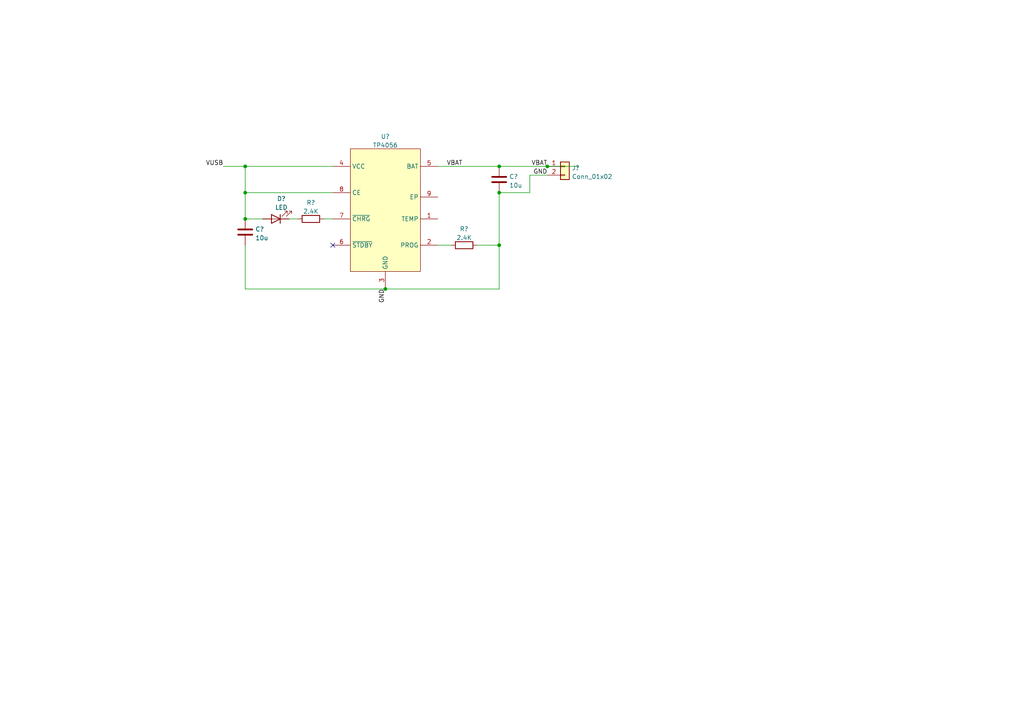
<source format=kicad_sch>
(kicad_sch (version 20211123) (generator eeschema)
  (paper "A4")
  (lib_symbols
    (symbol "Connector_Generic:Conn_01x02" (pin_names (offset 1.016) hide)
      (property "Reference" "J" (at 0 2.54 0))
      (property "Value" "Conn_01x02" (at 0 -5.08 0))
      (symbol "Conn_01x02_1_1"
        (rectangle (start -1.27 -2.413) (end 0 -2.667) (stroke (width 0.1524)))
        (rectangle (start -1.27 0.127) (end 0 -0.127) (stroke (width 0.1524)))
        (rectangle (start -1.27 1.27) (end 1.27 -3.81) (stroke (width 0.254)) (fill (type background)))
        (pin passive line (at -5.08 0 0) (length 3.81) (name "Pin_1") (number "1"))
        (pin passive line (at -5.08 -2.54 0) (length 3.81) (name "Pin_2") (number "2"))
      )
    )
    (symbol "Device:C" (pin_numbers hide) (pin_names (offset 0.254))
      (property "Reference" "C" (at 0.635 2.54 0))
      (property "Value" "C" (at 0.635 -2.54 0))
      (symbol "C_0_1"
        (polyline (pts (xy -2.032 -0.762) (xy 2.032 -0.762)) (stroke (width 0.508)))
        (polyline (pts (xy -2.032 0.762) (xy 2.032 0.762)) (stroke (width 0.508)))
      )
      (symbol "C_1_1"
        (pin passive line (at 0 3.81 270) (length 2.794) (name "~") (number "1"))
        (pin passive line (at 0 -3.81 90) (length 2.794) (name "~") (number "2"))
      )
    )
    (symbol "Device:LED" (pin_numbers hide) (pin_names (offset 1.016) hide)
      (property "Reference" "D" (at 0 2.54 0))
      (property "Value" "LED" (at 0 -2.54 0))
      (symbol "LED_0_1"
        (polyline (pts (xy -1.27 -1.27) (xy -1.27 1.27)) (stroke (width 0.254)))
        (polyline (pts (xy -1.27 0) (xy 1.27 0)))
        (polyline (pts (xy 1.27 -1.27) (xy 1.27 1.27) (xy -1.27 0) (xy 1.27 -1.27)) (stroke (width 0.254)))
        (polyline (pts (xy -3.048 -0.762) (xy -4.572 -2.286) (xy -3.81 -2.286) (xy -4.572 -2.286) (xy -4.572 -1.524)))
        (polyline (pts (xy -1.778 -0.762) (xy -3.302 -2.286) (xy -2.54 -2.286) (xy -3.302 -2.286) (xy -3.302 -1.524)))
      )
      (symbol "LED_1_1"
        (pin passive line (at -3.81 0 0) (length 2.54) (name "K") (number "1"))
        (pin passive line (at 3.81 0 180) (length 2.54) (name "A") (number "2"))
      )
    )
    (symbol "Device:R" (pin_numbers hide) (pin_names (offset 0))
      (property "Reference" "R" (at 2.032 0 90))
      (property "Value" "R" (at 0 0 90))
      (symbol "R_0_1"
        (rectangle (start -1.016 -2.54) (end 1.016 2.54) (stroke (width 0.254)))
      )
      (symbol "R_1_1"
        (pin passive line (at 0 3.81 270) (length 1.27) (name "~") (number "1"))
        (pin passive line (at 0 -3.81 90) (length 1.27) (name "~") (number "2"))
      )
    )
    (symbol "easyeda2kicad:TP4056"
      (property "Reference" "U" (at 0 20.32 0))
      (property "Value" "TP4056" (at 0 -25.4 0))
      (symbol "TP4056_0_1"
        (rectangle (start -10.16 20.32) (end 10.16 -15.24) (fill (type background)))
        (pin unspecified line (at 15.24 0 180) (length 5.08) (name "TEMP") (number "1"))
        (pin unspecified line (at 15.24 -7.62 180) (length 5.08) (name "PROG") (number "2"))
        (pin unspecified line (at 0 -20.32 90) (length 5.08) (name "GND") (number "3"))
        (pin unspecified line (at -15.24 15.24 0) (length 5.08) (name "VCC") (number "4"))
        (pin unspecified line (at 15.24 15.24 180) (length 5.08) (name "BAT") (number "5"))
        (pin unspecified line (at -15.24 -7.62 0) (length 5.08) (name "~{STDBY}") (number "6"))
        (pin unspecified line (at -15.24 0 0) (length 5.08) (name "~{CHRG}") (number "7"))
        (pin unspecified line (at -15.24 7.62 0) (length 5.08) (name "CE") (number "8"))
        (pin unspecified line (at 15.24 6.35 180) (length 5.08) (name "EP") (number "9"))
      )
    )
  )
  (junction (at 71.12 55.88))
  (junction (at 144.78 48.26))
  (junction (at 111.76 83.82))
  (junction (at 71.12 63.5))
  (junction (at 71.12 48.26))
  (junction (at 158.75 48.26))
  (junction (at 144.78 71.12))
  (junction (at 144.78 55.88))
  (no_connect (at 96.52 71.12))
  (wire (pts (xy 144.78 55.88) (xy 144.78 71.12)))
  (wire (pts (xy 71.12 55.88) (xy 96.52 55.88)))
  (wire (pts (xy 64.77 48.26) (xy 71.12 48.26)))
  (wire (pts (xy 127 48.26) (xy 144.78 48.26)))
  (wire (pts (xy 71.12 48.26) (xy 96.52 48.26)))
  (wire (pts (xy 127 71.12) (xy 130.81 71.12)))
  (wire (pts (xy 153.67 55.88) (xy 153.67 50.8)))
  (wire (pts (xy 71.12 83.82) (xy 71.12 71.12)))
  (wire (pts (xy 158.75 48.26) (xy 167.64 48.26)))
  (wire (pts (xy 153.67 50.8) (xy 158.75 50.8)))
  (wire (pts (xy 111.76 83.82) (xy 144.78 83.82)))
  (wire (pts (xy 144.78 55.88) (xy 153.67 55.88)))
  (wire (pts (xy 71.12 48.26) (xy 71.12 55.88)))
  (wire (pts (xy 71.12 55.88) (xy 71.12 63.5)))
  (wire (pts (xy 138.43 71.12) (xy 144.78 71.12)))
  (wire (pts (xy 144.78 71.12) (xy 144.78 83.82)))
  (wire (pts (xy 93.98 63.5) (xy 96.52 63.5)))
  (wire (pts (xy 71.12 83.82) (xy 111.76 83.82)))
  (wire (pts (xy 76.2 63.5) (xy 71.12 63.5)))
  (wire (pts (xy 83.82 63.5) (xy 86.36 63.5)))
  (wire (pts (xy 144.78 48.26) (xy 158.75 48.26)))
  (label "VBAT" (at 129.54 48.26 0))
  (label "GND" (at 111.76 83.82 270))
  (label "GND" (at 158.75 50.8 180))
  (label "VBAT" (at 158.75 48.26 180))
  (label "VUSB" (at 64.77 48.26 180))
  (symbol (lib_id "Device:LED") (at 80.01 63.5 180) (unit 1)
    (property "Reference" "D?" (at 81.5975 57.6412 0))
    (property "Value" "LED" (at 81.5975 60.1781 0))
  )
  (symbol (lib_id "Device:C") (at 144.78 52.07 0) (unit 1)
    (property "Reference" "C?" (at 147.701 51.2353 0) (effects (justify left)))
    (property "Value" "10u" (at 147.701 53.7722 0) (effects (justify left)))
  )
  (symbol (lib_id "Device:C") (at 71.12 67.31 0) (unit 1)
    (property "Reference" "C?" (at 74.041 66.4753 0) (effects (justify left)))
    (property "Value" "10u" (at 74.041 69.0122 0) (effects (justify left)))
  )
  (symbol (lib_id "Device:R") (at 90.17 63.5 90) (unit 1)
    (property "Reference" "R?" (at 90.17 58.7842 90))
    (property "Value" "2.4K" (at 90.17 61.3211 90))
  )
  (symbol (lib_id "Device:R") (at 134.62 71.12 90) (unit 1)
    (property "Reference" "R?" (at 134.62 66.4042 90))
    (property "Value" "2.4K" (at 134.62 68.9411 90))
  )
  (symbol (lib_id "Connector_Generic:Conn_01x02") (at 163.83 48.26 0) (unit 1)
    (property "Reference" "J?" (at 165.862 48.6953 0) (effects (justify left)))
    (property "Value" "Conn_01x02" (at 165.862 51.2322 0) (effects (justify left)))
  )
  (symbol (lib_id "easyeda2kicad:TP4056") (at 111.76 63.5 0) (unit 1)
    (property "Reference" "U?" (at 111.76 39.6072 0))
    (property "Value" "TP4056" (at 111.76 42.1441 0))
    (property "Footprint" "easyeda2kicad:ESOP-8_L4.9-W3.9-P1.27-LS6.0-BL-EP" (effects hide))
    (property "Datasheet" "https://lcsc.com/product-detail/PMIC-Battery-Management_TP4056_C16581.html" (effects hide))
    (property "Manufacturer" "TOPPOWER(南京拓微)" (effects hide))
    (property "LCSC Part" "C16581" (effects hide))
    (property "JLC Part" "Basic Part" (effects hide))
  )
)
</source>
